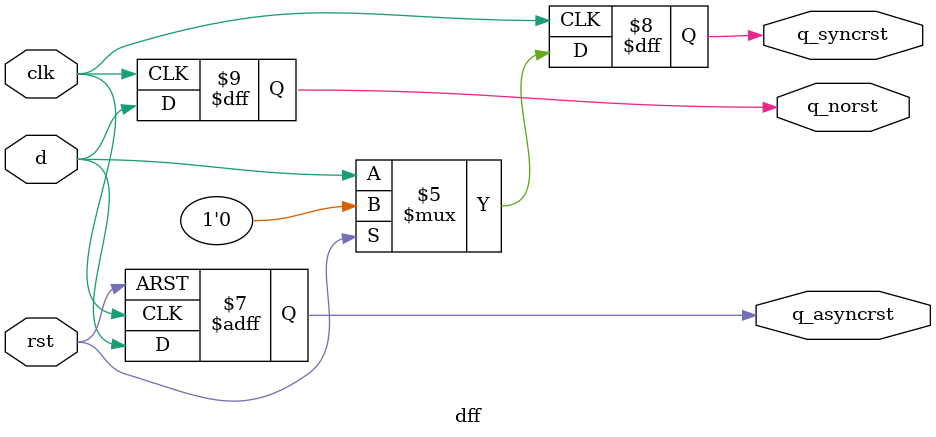
<source format=sv>
module dff(
  input logic d, 
  input logic clk, 
  input logic rst, 
  output logic q_norst, 
  output logic q_asyncrst, 
  output logic q_syncrst);
  
  //dff without reset
  always @(posedge clk) begin
    q_norst <= d;
  end
  
  //dff with synchronous reset
  always@(posedge clk) begin
    if (rst) begin
      q_syncrst <= 1'b0;
    end
    else begin
      q_syncrst <=d;
    end
  end

  //dff with asynchronous reset
  always@(posedge clk or posedge rst) begin
    if (rst) begin
      q_asyncrst <= 1'b0;
    end
    else begin
      q_asyncrst <= d;
    end
  end
endmodule
        
        
        

</source>
